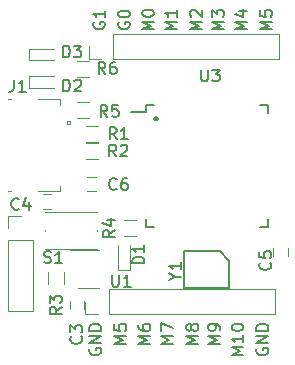
<source format=gbr>
G04 #@! TF.GenerationSoftware,KiCad,Pcbnew,no-vcs-found-33e0758~58~ubuntu16.04.1*
G04 #@! TF.CreationDate,2018-02-07T18:59:58+01:00*
G04 #@! TF.ProjectId,ultrawidebridge,756C747261776964656272696467652E,rev?*
G04 #@! TF.FileFunction,Legend,Top*
G04 #@! TF.FilePolarity,Positive*
%FSLAX46Y46*%
G04 Gerber Fmt 4.6, Leading zero omitted, Abs format (unit mm)*
G04 Created by KiCad (PCBNEW no-vcs-found-33e0758~58~ubuntu16.04.1) date Wed Feb  7 18:59:58 2018*
%MOMM*%
%LPD*%
G01*
G04 APERTURE LIST*
%ADD10C,0.100000*%
%ADD11C,0.150000*%
%ADD12C,0.300000*%
%ADD13C,0.120000*%
G04 APERTURE END LIST*
D10*
D11*
X166600000Y-145208214D02*
X166552380Y-145303452D01*
X166552380Y-145446309D01*
X166600000Y-145589166D01*
X166695238Y-145684404D01*
X166790476Y-145732023D01*
X166980952Y-145779642D01*
X167123809Y-145779642D01*
X167314285Y-145732023D01*
X167409523Y-145684404D01*
X167504761Y-145589166D01*
X167552380Y-145446309D01*
X167552380Y-145351071D01*
X167504761Y-145208214D01*
X167457142Y-145160595D01*
X167123809Y-145160595D01*
X167123809Y-145351071D01*
X167552380Y-144732023D02*
X166552380Y-144732023D01*
X167552380Y-144160595D01*
X166552380Y-144160595D01*
X167552380Y-143684404D02*
X166552380Y-143684404D01*
X166552380Y-143446309D01*
X166600000Y-143303452D01*
X166695238Y-143208214D01*
X166790476Y-143160595D01*
X166980952Y-143112976D01*
X167123809Y-143112976D01*
X167314285Y-143160595D01*
X167409523Y-143208214D01*
X167504761Y-143303452D01*
X167552380Y-143446309D01*
X167552380Y-143684404D01*
X169677380Y-144779642D02*
X168677380Y-144779642D01*
X169391666Y-144446309D01*
X168677380Y-144112976D01*
X169677380Y-144112976D01*
X168677380Y-143160595D02*
X168677380Y-143636785D01*
X169153571Y-143684404D01*
X169105952Y-143636785D01*
X169058333Y-143541547D01*
X169058333Y-143303452D01*
X169105952Y-143208214D01*
X169153571Y-143160595D01*
X169248809Y-143112976D01*
X169486904Y-143112976D01*
X169582142Y-143160595D01*
X169629761Y-143208214D01*
X169677380Y-143303452D01*
X169677380Y-143541547D01*
X169629761Y-143636785D01*
X169582142Y-143684404D01*
X173627380Y-144779642D02*
X172627380Y-144779642D01*
X173341666Y-144446309D01*
X172627380Y-144112976D01*
X173627380Y-144112976D01*
X172627380Y-143732023D02*
X172627380Y-143065357D01*
X173627380Y-143493928D01*
X171702380Y-144779642D02*
X170702380Y-144779642D01*
X171416666Y-144446309D01*
X170702380Y-144112976D01*
X171702380Y-144112976D01*
X170702380Y-143208214D02*
X170702380Y-143398690D01*
X170750000Y-143493928D01*
X170797619Y-143541547D01*
X170940476Y-143636785D01*
X171130952Y-143684404D01*
X171511904Y-143684404D01*
X171607142Y-143636785D01*
X171654761Y-143589166D01*
X171702380Y-143493928D01*
X171702380Y-143303452D01*
X171654761Y-143208214D01*
X171607142Y-143160595D01*
X171511904Y-143112976D01*
X171273809Y-143112976D01*
X171178571Y-143160595D01*
X171130952Y-143208214D01*
X171083333Y-143303452D01*
X171083333Y-143493928D01*
X171130952Y-143589166D01*
X171178571Y-143636785D01*
X171273809Y-143684404D01*
X179602380Y-145732023D02*
X178602380Y-145732023D01*
X179316666Y-145398690D01*
X178602380Y-145065357D01*
X179602380Y-145065357D01*
X179602380Y-144065357D02*
X179602380Y-144636785D01*
X179602380Y-144351071D02*
X178602380Y-144351071D01*
X178745238Y-144446309D01*
X178840476Y-144541547D01*
X178888095Y-144636785D01*
X178602380Y-143446309D02*
X178602380Y-143351071D01*
X178650000Y-143255833D01*
X178697619Y-143208214D01*
X178792857Y-143160595D01*
X178983333Y-143112976D01*
X179221428Y-143112976D01*
X179411904Y-143160595D01*
X179507142Y-143208214D01*
X179554761Y-143255833D01*
X179602380Y-143351071D01*
X179602380Y-143446309D01*
X179554761Y-143541547D01*
X179507142Y-143589166D01*
X179411904Y-143636785D01*
X179221428Y-143684404D01*
X178983333Y-143684404D01*
X178792857Y-143636785D01*
X178697619Y-143589166D01*
X178650000Y-143541547D01*
X178602380Y-143446309D01*
X180750000Y-145208214D02*
X180702380Y-145303452D01*
X180702380Y-145446309D01*
X180750000Y-145589166D01*
X180845238Y-145684404D01*
X180940476Y-145732023D01*
X181130952Y-145779642D01*
X181273809Y-145779642D01*
X181464285Y-145732023D01*
X181559523Y-145684404D01*
X181654761Y-145589166D01*
X181702380Y-145446309D01*
X181702380Y-145351071D01*
X181654761Y-145208214D01*
X181607142Y-145160595D01*
X181273809Y-145160595D01*
X181273809Y-145351071D01*
X181702380Y-144732023D02*
X180702380Y-144732023D01*
X181702380Y-144160595D01*
X180702380Y-144160595D01*
X181702380Y-143684404D02*
X180702380Y-143684404D01*
X180702380Y-143446309D01*
X180750000Y-143303452D01*
X180845238Y-143208214D01*
X180940476Y-143160595D01*
X181130952Y-143112976D01*
X181273809Y-143112976D01*
X181464285Y-143160595D01*
X181559523Y-143208214D01*
X181654761Y-143303452D01*
X181702380Y-143446309D01*
X181702380Y-143684404D01*
X177627380Y-144779642D02*
X176627380Y-144779642D01*
X177341666Y-144446309D01*
X176627380Y-144112976D01*
X177627380Y-144112976D01*
X177627380Y-143589166D02*
X177627380Y-143398690D01*
X177579761Y-143303452D01*
X177532142Y-143255833D01*
X177389285Y-143160595D01*
X177198809Y-143112976D01*
X176817857Y-143112976D01*
X176722619Y-143160595D01*
X176675000Y-143208214D01*
X176627380Y-143303452D01*
X176627380Y-143493928D01*
X176675000Y-143589166D01*
X176722619Y-143636785D01*
X176817857Y-143684404D01*
X177055952Y-143684404D01*
X177151190Y-143636785D01*
X177198809Y-143589166D01*
X177246428Y-143493928D01*
X177246428Y-143303452D01*
X177198809Y-143208214D01*
X177151190Y-143160595D01*
X177055952Y-143112976D01*
X175777380Y-144779642D02*
X174777380Y-144779642D01*
X175491666Y-144446309D01*
X174777380Y-144112976D01*
X175777380Y-144112976D01*
X175205952Y-143493928D02*
X175158333Y-143589166D01*
X175110714Y-143636785D01*
X175015476Y-143684404D01*
X174967857Y-143684404D01*
X174872619Y-143636785D01*
X174825000Y-143589166D01*
X174777380Y-143493928D01*
X174777380Y-143303452D01*
X174825000Y-143208214D01*
X174872619Y-143160595D01*
X174967857Y-143112976D01*
X175015476Y-143112976D01*
X175110714Y-143160595D01*
X175158333Y-143208214D01*
X175205952Y-143303452D01*
X175205952Y-143493928D01*
X175253571Y-143589166D01*
X175301190Y-143636785D01*
X175396428Y-143684404D01*
X175586904Y-143684404D01*
X175682142Y-143636785D01*
X175729761Y-143589166D01*
X175777380Y-143493928D01*
X175777380Y-143303452D01*
X175729761Y-143208214D01*
X175682142Y-143160595D01*
X175586904Y-143112976D01*
X175396428Y-143112976D01*
X175301190Y-143160595D01*
X175253571Y-143208214D01*
X175205952Y-143303452D01*
X176102380Y-118184523D02*
X175102380Y-118184523D01*
X175816666Y-117851190D01*
X175102380Y-117517857D01*
X176102380Y-117517857D01*
X175197619Y-117089285D02*
X175150000Y-117041666D01*
X175102380Y-116946428D01*
X175102380Y-116708333D01*
X175150000Y-116613095D01*
X175197619Y-116565476D01*
X175292857Y-116517857D01*
X175388095Y-116517857D01*
X175530952Y-116565476D01*
X176102380Y-117136904D01*
X176102380Y-116517857D01*
X177952380Y-118184523D02*
X176952380Y-118184523D01*
X177666666Y-117851190D01*
X176952380Y-117517857D01*
X177952380Y-117517857D01*
X176952380Y-117136904D02*
X176952380Y-116517857D01*
X177333333Y-116851190D01*
X177333333Y-116708333D01*
X177380952Y-116613095D01*
X177428571Y-116565476D01*
X177523809Y-116517857D01*
X177761904Y-116517857D01*
X177857142Y-116565476D01*
X177904761Y-116613095D01*
X177952380Y-116708333D01*
X177952380Y-116994047D01*
X177904761Y-117089285D01*
X177857142Y-117136904D01*
X182027380Y-118184523D02*
X181027380Y-118184523D01*
X181741666Y-117851190D01*
X181027380Y-117517857D01*
X182027380Y-117517857D01*
X181027380Y-116565476D02*
X181027380Y-117041666D01*
X181503571Y-117089285D01*
X181455952Y-117041666D01*
X181408333Y-116946428D01*
X181408333Y-116708333D01*
X181455952Y-116613095D01*
X181503571Y-116565476D01*
X181598809Y-116517857D01*
X181836904Y-116517857D01*
X181932142Y-116565476D01*
X181979761Y-116613095D01*
X182027380Y-116708333D01*
X182027380Y-116946428D01*
X181979761Y-117041666D01*
X181932142Y-117089285D01*
X179927380Y-118184523D02*
X178927380Y-118184523D01*
X179641666Y-117851190D01*
X178927380Y-117517857D01*
X179927380Y-117517857D01*
X179260714Y-116613095D02*
X179927380Y-116613095D01*
X178879761Y-116851190D02*
X179594047Y-117089285D01*
X179594047Y-116470238D01*
X172027380Y-118184523D02*
X171027380Y-118184523D01*
X171741666Y-117851190D01*
X171027380Y-117517857D01*
X172027380Y-117517857D01*
X171027380Y-116851190D02*
X171027380Y-116755952D01*
X171075000Y-116660714D01*
X171122619Y-116613095D01*
X171217857Y-116565476D01*
X171408333Y-116517857D01*
X171646428Y-116517857D01*
X171836904Y-116565476D01*
X171932142Y-116613095D01*
X171979761Y-116660714D01*
X172027380Y-116755952D01*
X172027380Y-116851190D01*
X171979761Y-116946428D01*
X171932142Y-116994047D01*
X171836904Y-117041666D01*
X171646428Y-117089285D01*
X171408333Y-117089285D01*
X171217857Y-117041666D01*
X171122619Y-116994047D01*
X171075000Y-116946428D01*
X171027380Y-116851190D01*
X173952380Y-118184523D02*
X172952380Y-118184523D01*
X173666666Y-117851190D01*
X172952380Y-117517857D01*
X173952380Y-117517857D01*
X173952380Y-116517857D02*
X173952380Y-117089285D01*
X173952380Y-116803571D02*
X172952380Y-116803571D01*
X173095238Y-116898809D01*
X173190476Y-116994047D01*
X173238095Y-117089285D01*
X169050000Y-117589285D02*
X169002380Y-117684523D01*
X169002380Y-117827380D01*
X169050000Y-117970238D01*
X169145238Y-118065476D01*
X169240476Y-118113095D01*
X169430952Y-118160714D01*
X169573809Y-118160714D01*
X169764285Y-118113095D01*
X169859523Y-118065476D01*
X169954761Y-117970238D01*
X170002380Y-117827380D01*
X170002380Y-117732142D01*
X169954761Y-117589285D01*
X169907142Y-117541666D01*
X169573809Y-117541666D01*
X169573809Y-117732142D01*
X169002380Y-116922619D02*
X169002380Y-116827380D01*
X169050000Y-116732142D01*
X169097619Y-116684523D01*
X169192857Y-116636904D01*
X169383333Y-116589285D01*
X169621428Y-116589285D01*
X169811904Y-116636904D01*
X169907142Y-116684523D01*
X169954761Y-116732142D01*
X170002380Y-116827380D01*
X170002380Y-116922619D01*
X169954761Y-117017857D01*
X169907142Y-117065476D01*
X169811904Y-117113095D01*
X169621428Y-117160714D01*
X169383333Y-117160714D01*
X169192857Y-117113095D01*
X169097619Y-117065476D01*
X169050000Y-117017857D01*
X169002380Y-116922619D01*
X166925000Y-117589285D02*
X166877380Y-117684523D01*
X166877380Y-117827380D01*
X166925000Y-117970238D01*
X167020238Y-118065476D01*
X167115476Y-118113095D01*
X167305952Y-118160714D01*
X167448809Y-118160714D01*
X167639285Y-118113095D01*
X167734523Y-118065476D01*
X167829761Y-117970238D01*
X167877380Y-117827380D01*
X167877380Y-117732142D01*
X167829761Y-117589285D01*
X167782142Y-117541666D01*
X167448809Y-117541666D01*
X167448809Y-117732142D01*
X167877380Y-116589285D02*
X167877380Y-117160714D01*
X167877380Y-116875000D02*
X166877380Y-116875000D01*
X167020238Y-116970238D01*
X167115476Y-117065476D01*
X167163095Y-117160714D01*
D12*
X172200000Y-125660714D02*
X172271428Y-125732142D01*
X172200000Y-125803571D01*
X172128571Y-125732142D01*
X172200000Y-125660714D01*
X172200000Y-125803571D01*
D11*
X171325000Y-124575000D02*
X171325000Y-125150000D01*
X181675000Y-124575000D02*
X181675000Y-125250000D01*
X181675000Y-134925000D02*
X181675000Y-134250000D01*
X171325000Y-134925000D02*
X171325000Y-134250000D01*
X171325000Y-124575000D02*
X172000000Y-124575000D01*
X171325000Y-134925000D02*
X172000000Y-134925000D01*
X181675000Y-134925000D02*
X181000000Y-134925000D01*
X181675000Y-124575000D02*
X181000000Y-124575000D01*
X171325000Y-125150000D02*
X170050000Y-125150000D01*
D13*
X164050000Y-124100000D02*
X164050000Y-124550000D01*
X162200000Y-124100000D02*
X164050000Y-124100000D01*
X159650000Y-131900000D02*
X159900000Y-131900000D01*
X159650000Y-124100000D02*
X159900000Y-124100000D01*
X162200000Y-131900000D02*
X164050000Y-131900000D01*
X164050000Y-131900000D02*
X164050000Y-131450000D01*
X164650000Y-125900000D02*
X164950000Y-125900000D01*
X164950000Y-125900000D02*
X164950000Y-126200000D01*
X164950000Y-126200000D02*
X164650000Y-126200000D01*
X164650000Y-126200000D02*
X164650000Y-125900000D01*
X166100000Y-141150000D02*
X166100000Y-141850000D01*
X164900000Y-141850000D02*
X164900000Y-141150000D01*
X162650000Y-132150000D02*
X163350000Y-132150000D01*
X163350000Y-133350000D02*
X162650000Y-133350000D01*
X182150000Y-137350000D02*
X182150000Y-136650000D01*
X183350000Y-136650000D02*
X183350000Y-137350000D01*
X167100000Y-131850000D02*
X166400000Y-131850000D01*
X166400000Y-130650000D02*
X167100000Y-130650000D01*
X169000000Y-138550000D02*
X170000000Y-138550000D01*
X170000000Y-138550000D02*
X170000000Y-136450000D01*
X169000000Y-138550000D02*
X169000000Y-136450000D01*
X161425000Y-122150000D02*
X163525000Y-122150000D01*
X161425000Y-123150000D02*
X163525000Y-123150000D01*
X161425000Y-122150000D02*
X161425000Y-123150000D01*
X161425000Y-119800000D02*
X163525000Y-119800000D01*
X161425000Y-120800000D02*
X163525000Y-120800000D01*
X161425000Y-119800000D02*
X161425000Y-120800000D01*
X166490000Y-120660000D02*
X166490000Y-119600000D01*
X167550000Y-120660000D02*
X166490000Y-120660000D01*
X168550000Y-120660000D02*
X168550000Y-118540000D01*
X168550000Y-118540000D02*
X182610000Y-118540000D01*
X168550000Y-120660000D02*
X182610000Y-120660000D01*
X182610000Y-120660000D02*
X182610000Y-118540000D01*
X166190000Y-142310000D02*
X166190000Y-141250000D01*
X167250000Y-142310000D02*
X166190000Y-142310000D01*
X168250000Y-142310000D02*
X168250000Y-140190000D01*
X168250000Y-140190000D02*
X182310000Y-140190000D01*
X168250000Y-142310000D02*
X182310000Y-142310000D01*
X182310000Y-142310000D02*
X182310000Y-140190000D01*
X159690000Y-133940000D02*
X160750000Y-133940000D01*
X159690000Y-135000000D02*
X159690000Y-133940000D01*
X159690000Y-136000000D02*
X161810000Y-136000000D01*
X161810000Y-136000000D02*
X161810000Y-142060000D01*
X159690000Y-136000000D02*
X159690000Y-142060000D01*
X159690000Y-142060000D02*
X161810000Y-142060000D01*
X162800000Y-135150000D02*
X162800000Y-135250000D01*
X167200000Y-133650000D02*
X162800000Y-133650000D01*
X162800000Y-136750000D02*
X167200000Y-136750000D01*
X167200000Y-135150000D02*
X167200000Y-135250000D01*
X166250000Y-126320000D02*
X167250000Y-126320000D01*
X167250000Y-127680000D02*
X166250000Y-127680000D01*
X167250000Y-129180000D02*
X166250000Y-129180000D01*
X166250000Y-127820000D02*
X167250000Y-127820000D01*
X163070000Y-139750000D02*
X163070000Y-138750000D01*
X164430000Y-138750000D02*
X164430000Y-139750000D01*
X170500000Y-135680000D02*
X169500000Y-135680000D01*
X169500000Y-134320000D02*
X170500000Y-134320000D01*
X165500000Y-124320000D02*
X166500000Y-124320000D01*
X166500000Y-125680000D02*
X165500000Y-125680000D01*
X166500000Y-122180000D02*
X165500000Y-122180000D01*
X165500000Y-120820000D02*
X166500000Y-120820000D01*
X165600000Y-140110000D02*
X167400000Y-140110000D01*
X167400000Y-136890000D02*
X164950000Y-136890000D01*
D11*
X174600000Y-136950000D02*
X177600000Y-136950000D01*
X174600000Y-140050000D02*
X174600000Y-136950000D01*
X178400000Y-140050000D02*
X174600000Y-140050000D01*
X178400000Y-137750000D02*
X178400000Y-140050000D01*
X177600000Y-136950000D02*
X178400000Y-137750000D01*
X176013095Y-121577380D02*
X176013095Y-122386904D01*
X176060714Y-122482142D01*
X176108333Y-122529761D01*
X176203571Y-122577380D01*
X176394047Y-122577380D01*
X176489285Y-122529761D01*
X176536904Y-122482142D01*
X176584523Y-122386904D01*
X176584523Y-121577380D01*
X176965476Y-121577380D02*
X177584523Y-121577380D01*
X177251190Y-121958333D01*
X177394047Y-121958333D01*
X177489285Y-122005952D01*
X177536904Y-122053571D01*
X177584523Y-122148809D01*
X177584523Y-122386904D01*
X177536904Y-122482142D01*
X177489285Y-122529761D01*
X177394047Y-122577380D01*
X177108333Y-122577380D01*
X177013095Y-122529761D01*
X176965476Y-122482142D01*
X160166666Y-122452380D02*
X160166666Y-123166666D01*
X160119047Y-123309523D01*
X160023809Y-123404761D01*
X159880952Y-123452380D01*
X159785714Y-123452380D01*
X161166666Y-123452380D02*
X160595238Y-123452380D01*
X160880952Y-123452380D02*
X160880952Y-122452380D01*
X160785714Y-122595238D01*
X160690476Y-122690476D01*
X160595238Y-122738095D01*
X165857142Y-144166666D02*
X165904761Y-144214285D01*
X165952380Y-144357142D01*
X165952380Y-144452380D01*
X165904761Y-144595238D01*
X165809523Y-144690476D01*
X165714285Y-144738095D01*
X165523809Y-144785714D01*
X165380952Y-144785714D01*
X165190476Y-144738095D01*
X165095238Y-144690476D01*
X165000000Y-144595238D01*
X164952380Y-144452380D01*
X164952380Y-144357142D01*
X165000000Y-144214285D01*
X165047619Y-144166666D01*
X164952380Y-143833333D02*
X164952380Y-143214285D01*
X165333333Y-143547619D01*
X165333333Y-143404761D01*
X165380952Y-143309523D01*
X165428571Y-143261904D01*
X165523809Y-143214285D01*
X165761904Y-143214285D01*
X165857142Y-143261904D01*
X165904761Y-143309523D01*
X165952380Y-143404761D01*
X165952380Y-143690476D01*
X165904761Y-143785714D01*
X165857142Y-143833333D01*
X160583333Y-133357142D02*
X160535714Y-133404761D01*
X160392857Y-133452380D01*
X160297619Y-133452380D01*
X160154761Y-133404761D01*
X160059523Y-133309523D01*
X160011904Y-133214285D01*
X159964285Y-133023809D01*
X159964285Y-132880952D01*
X160011904Y-132690476D01*
X160059523Y-132595238D01*
X160154761Y-132500000D01*
X160297619Y-132452380D01*
X160392857Y-132452380D01*
X160535714Y-132500000D01*
X160583333Y-132547619D01*
X161440476Y-132785714D02*
X161440476Y-133452380D01*
X161202380Y-132404761D02*
X160964285Y-133119047D01*
X161583333Y-133119047D01*
X181857142Y-137916666D02*
X181904761Y-137964285D01*
X181952380Y-138107142D01*
X181952380Y-138202380D01*
X181904761Y-138345238D01*
X181809523Y-138440476D01*
X181714285Y-138488095D01*
X181523809Y-138535714D01*
X181380952Y-138535714D01*
X181190476Y-138488095D01*
X181095238Y-138440476D01*
X181000000Y-138345238D01*
X180952380Y-138202380D01*
X180952380Y-138107142D01*
X181000000Y-137964285D01*
X181047619Y-137916666D01*
X180952380Y-137011904D02*
X180952380Y-137488095D01*
X181428571Y-137535714D01*
X181380952Y-137488095D01*
X181333333Y-137392857D01*
X181333333Y-137154761D01*
X181380952Y-137059523D01*
X181428571Y-137011904D01*
X181523809Y-136964285D01*
X181761904Y-136964285D01*
X181857142Y-137011904D01*
X181904761Y-137059523D01*
X181952380Y-137154761D01*
X181952380Y-137392857D01*
X181904761Y-137488095D01*
X181857142Y-137535714D01*
X168858333Y-131682142D02*
X168810714Y-131729761D01*
X168667857Y-131777380D01*
X168572619Y-131777380D01*
X168429761Y-131729761D01*
X168334523Y-131634523D01*
X168286904Y-131539285D01*
X168239285Y-131348809D01*
X168239285Y-131205952D01*
X168286904Y-131015476D01*
X168334523Y-130920238D01*
X168429761Y-130825000D01*
X168572619Y-130777380D01*
X168667857Y-130777380D01*
X168810714Y-130825000D01*
X168858333Y-130872619D01*
X169715476Y-130777380D02*
X169525000Y-130777380D01*
X169429761Y-130825000D01*
X169382142Y-130872619D01*
X169286904Y-131015476D01*
X169239285Y-131205952D01*
X169239285Y-131586904D01*
X169286904Y-131682142D01*
X169334523Y-131729761D01*
X169429761Y-131777380D01*
X169620238Y-131777380D01*
X169715476Y-131729761D01*
X169763095Y-131682142D01*
X169810714Y-131586904D01*
X169810714Y-131348809D01*
X169763095Y-131253571D01*
X169715476Y-131205952D01*
X169620238Y-131158333D01*
X169429761Y-131158333D01*
X169334523Y-131205952D01*
X169286904Y-131253571D01*
X169239285Y-131348809D01*
X171202380Y-137988095D02*
X170202380Y-137988095D01*
X170202380Y-137750000D01*
X170250000Y-137607142D01*
X170345238Y-137511904D01*
X170440476Y-137464285D01*
X170630952Y-137416666D01*
X170773809Y-137416666D01*
X170964285Y-137464285D01*
X171059523Y-137511904D01*
X171154761Y-137607142D01*
X171202380Y-137750000D01*
X171202380Y-137988095D01*
X171202380Y-136464285D02*
X171202380Y-137035714D01*
X171202380Y-136750000D02*
X170202380Y-136750000D01*
X170345238Y-136845238D01*
X170440476Y-136940476D01*
X170488095Y-137035714D01*
X164336904Y-123427380D02*
X164336904Y-122427380D01*
X164575000Y-122427380D01*
X164717857Y-122475000D01*
X164813095Y-122570238D01*
X164860714Y-122665476D01*
X164908333Y-122855952D01*
X164908333Y-122998809D01*
X164860714Y-123189285D01*
X164813095Y-123284523D01*
X164717857Y-123379761D01*
X164575000Y-123427380D01*
X164336904Y-123427380D01*
X165289285Y-122522619D02*
X165336904Y-122475000D01*
X165432142Y-122427380D01*
X165670238Y-122427380D01*
X165765476Y-122475000D01*
X165813095Y-122522619D01*
X165860714Y-122617857D01*
X165860714Y-122713095D01*
X165813095Y-122855952D01*
X165241666Y-123427380D01*
X165860714Y-123427380D01*
X164336904Y-120552380D02*
X164336904Y-119552380D01*
X164575000Y-119552380D01*
X164717857Y-119600000D01*
X164813095Y-119695238D01*
X164860714Y-119790476D01*
X164908333Y-119980952D01*
X164908333Y-120123809D01*
X164860714Y-120314285D01*
X164813095Y-120409523D01*
X164717857Y-120504761D01*
X164575000Y-120552380D01*
X164336904Y-120552380D01*
X165241666Y-119552380D02*
X165860714Y-119552380D01*
X165527380Y-119933333D01*
X165670238Y-119933333D01*
X165765476Y-119980952D01*
X165813095Y-120028571D01*
X165860714Y-120123809D01*
X165860714Y-120361904D01*
X165813095Y-120457142D01*
X165765476Y-120504761D01*
X165670238Y-120552380D01*
X165384523Y-120552380D01*
X165289285Y-120504761D01*
X165241666Y-120457142D01*
X162738095Y-137904761D02*
X162880952Y-137952380D01*
X163119047Y-137952380D01*
X163214285Y-137904761D01*
X163261904Y-137857142D01*
X163309523Y-137761904D01*
X163309523Y-137666666D01*
X163261904Y-137571428D01*
X163214285Y-137523809D01*
X163119047Y-137476190D01*
X162928571Y-137428571D01*
X162833333Y-137380952D01*
X162785714Y-137333333D01*
X162738095Y-137238095D01*
X162738095Y-137142857D01*
X162785714Y-137047619D01*
X162833333Y-137000000D01*
X162928571Y-136952380D01*
X163166666Y-136952380D01*
X163309523Y-137000000D01*
X164261904Y-137952380D02*
X163690476Y-137952380D01*
X163976190Y-137952380D02*
X163976190Y-136952380D01*
X163880952Y-137095238D01*
X163785714Y-137190476D01*
X163690476Y-137238095D01*
X168858333Y-127477380D02*
X168525000Y-127001190D01*
X168286904Y-127477380D02*
X168286904Y-126477380D01*
X168667857Y-126477380D01*
X168763095Y-126525000D01*
X168810714Y-126572619D01*
X168858333Y-126667857D01*
X168858333Y-126810714D01*
X168810714Y-126905952D01*
X168763095Y-126953571D01*
X168667857Y-127001190D01*
X168286904Y-127001190D01*
X169810714Y-127477380D02*
X169239285Y-127477380D01*
X169525000Y-127477380D02*
X169525000Y-126477380D01*
X169429761Y-126620238D01*
X169334523Y-126715476D01*
X169239285Y-126763095D01*
X168833333Y-128927380D02*
X168500000Y-128451190D01*
X168261904Y-128927380D02*
X168261904Y-127927380D01*
X168642857Y-127927380D01*
X168738095Y-127975000D01*
X168785714Y-128022619D01*
X168833333Y-128117857D01*
X168833333Y-128260714D01*
X168785714Y-128355952D01*
X168738095Y-128403571D01*
X168642857Y-128451190D01*
X168261904Y-128451190D01*
X169214285Y-128022619D02*
X169261904Y-127975000D01*
X169357142Y-127927380D01*
X169595238Y-127927380D01*
X169690476Y-127975000D01*
X169738095Y-128022619D01*
X169785714Y-128117857D01*
X169785714Y-128213095D01*
X169738095Y-128355952D01*
X169166666Y-128927380D01*
X169785714Y-128927380D01*
X164202380Y-141666666D02*
X163726190Y-142000000D01*
X164202380Y-142238095D02*
X163202380Y-142238095D01*
X163202380Y-141857142D01*
X163250000Y-141761904D01*
X163297619Y-141714285D01*
X163392857Y-141666666D01*
X163535714Y-141666666D01*
X163630952Y-141714285D01*
X163678571Y-141761904D01*
X163726190Y-141857142D01*
X163726190Y-142238095D01*
X163202380Y-141333333D02*
X163202380Y-140714285D01*
X163583333Y-141047619D01*
X163583333Y-140904761D01*
X163630952Y-140809523D01*
X163678571Y-140761904D01*
X163773809Y-140714285D01*
X164011904Y-140714285D01*
X164107142Y-140761904D01*
X164154761Y-140809523D01*
X164202380Y-140904761D01*
X164202380Y-141190476D01*
X164154761Y-141285714D01*
X164107142Y-141333333D01*
X168702380Y-135166666D02*
X168226190Y-135500000D01*
X168702380Y-135738095D02*
X167702380Y-135738095D01*
X167702380Y-135357142D01*
X167750000Y-135261904D01*
X167797619Y-135214285D01*
X167892857Y-135166666D01*
X168035714Y-135166666D01*
X168130952Y-135214285D01*
X168178571Y-135261904D01*
X168226190Y-135357142D01*
X168226190Y-135738095D01*
X168035714Y-134309523D02*
X168702380Y-134309523D01*
X167654761Y-134547619D02*
X168369047Y-134785714D01*
X168369047Y-134166666D01*
X168083333Y-125577380D02*
X167750000Y-125101190D01*
X167511904Y-125577380D02*
X167511904Y-124577380D01*
X167892857Y-124577380D01*
X167988095Y-124625000D01*
X168035714Y-124672619D01*
X168083333Y-124767857D01*
X168083333Y-124910714D01*
X168035714Y-125005952D01*
X167988095Y-125053571D01*
X167892857Y-125101190D01*
X167511904Y-125101190D01*
X168988095Y-124577380D02*
X168511904Y-124577380D01*
X168464285Y-125053571D01*
X168511904Y-125005952D01*
X168607142Y-124958333D01*
X168845238Y-124958333D01*
X168940476Y-125005952D01*
X168988095Y-125053571D01*
X169035714Y-125148809D01*
X169035714Y-125386904D01*
X168988095Y-125482142D01*
X168940476Y-125529761D01*
X168845238Y-125577380D01*
X168607142Y-125577380D01*
X168511904Y-125529761D01*
X168464285Y-125482142D01*
X167908333Y-121952380D02*
X167575000Y-121476190D01*
X167336904Y-121952380D02*
X167336904Y-120952380D01*
X167717857Y-120952380D01*
X167813095Y-121000000D01*
X167860714Y-121047619D01*
X167908333Y-121142857D01*
X167908333Y-121285714D01*
X167860714Y-121380952D01*
X167813095Y-121428571D01*
X167717857Y-121476190D01*
X167336904Y-121476190D01*
X168765476Y-120952380D02*
X168575000Y-120952380D01*
X168479761Y-121000000D01*
X168432142Y-121047619D01*
X168336904Y-121190476D01*
X168289285Y-121380952D01*
X168289285Y-121761904D01*
X168336904Y-121857142D01*
X168384523Y-121904761D01*
X168479761Y-121952380D01*
X168670238Y-121952380D01*
X168765476Y-121904761D01*
X168813095Y-121857142D01*
X168860714Y-121761904D01*
X168860714Y-121523809D01*
X168813095Y-121428571D01*
X168765476Y-121380952D01*
X168670238Y-121333333D01*
X168479761Y-121333333D01*
X168384523Y-121380952D01*
X168336904Y-121428571D01*
X168289285Y-121523809D01*
X168488095Y-138952380D02*
X168488095Y-139761904D01*
X168535714Y-139857142D01*
X168583333Y-139904761D01*
X168678571Y-139952380D01*
X168869047Y-139952380D01*
X168964285Y-139904761D01*
X169011904Y-139857142D01*
X169059523Y-139761904D01*
X169059523Y-138952380D01*
X170059523Y-139952380D02*
X169488095Y-139952380D01*
X169773809Y-139952380D02*
X169773809Y-138952380D01*
X169678571Y-139095238D01*
X169583333Y-139190476D01*
X169488095Y-139238095D01*
X173851190Y-139101190D02*
X174327380Y-139101190D01*
X173327380Y-139434523D02*
X173851190Y-139101190D01*
X173327380Y-138767857D01*
X174327380Y-137910714D02*
X174327380Y-138482142D01*
X174327380Y-138196428D02*
X173327380Y-138196428D01*
X173470238Y-138291666D01*
X173565476Y-138386904D01*
X173613095Y-138482142D01*
M02*

</source>
